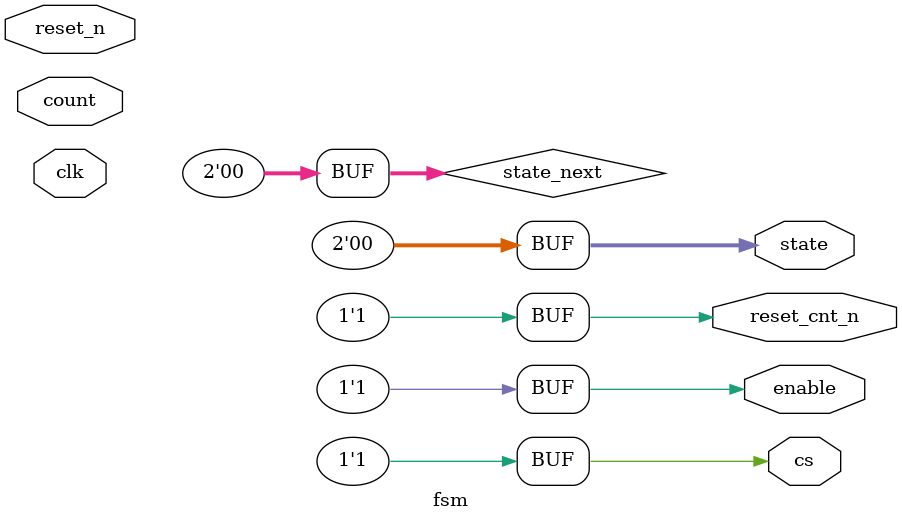
<source format=sv>
/*
This state machine controlles the data aquesition process., and sends cotroll signals to the adc's

This moduel has the state register and next state logic and output logic. 

The state is output to the sipo module, which shifts in bits from the adc
for the state machine.
*/


module fsm(

	input logic clk,		//25Mhz clock 
	
	input logic [4:0] count,		//count how many clock cycles have passed
	
	input logic reset_n,			//active low signal to reset module
	
	output logic cs,			//controll signal 
	
	output logic reset_cnt_n,	//reset counter
	
	output logic [1:0] state,	
	
	output logic enable  //enable sent to fifo_usb_driver block during s1

	);
	

	logic [1:0] state_next;
	
	parameter s0 = 2'd0;			//Idle state, wait for  enough clock cycles for  t_quiet to pass 
	parameter s1 = 2'd1;			//reset counter
	parameter s2 = 2'd2;			//read in data, wait for 14 clock cycles
	parameter s3 = 2'd3;			//reset counter
	
	always_ff @ (posedge clk, negedge reset_n)//state register
		begin
			if(!reset_n)
				begin
					state <= s0;
				end
			
			else
				begin
					state <= state_next;		//state always goea to next state
				end
		end
		
	always_comb		//next state and output logic
		begin

			case(state)
				s0:begin						//state s0
					
					
					cs = 1'b1;					//cs and count reset are both high
					reset_cnt_n  =1'b1;
					
					enable = 1'b1;
					//2 = 1.25M, 8 = 1M
					if(count < 5'd2)			//if enough clk cycles havent passed stay in s0
						state_next = s0;
						
					else							//else go to next state
						state_next = s1;
					
				
				end
				s1:begin					//state s1
				
				
					cs = 1'b1;					//reset_cnt_n goes low to reset count
					reset_cnt_n = 1'b0;
					state_next = s2;			//allways go to next state
					
					enable = 1'b0;
				
				end
			
			s2:begin								//state s2
					
					
					cs = 1'b0;					//cs goes low to start serial data transfer
					reset_cnt_n = 1'b1;
					
					enable = 1'b1;
					
					if(count < 5'd14)		//if 14 cycles havent passed stay in s2
						state_next = s2;
					else
						state_next = s3;		//after 14 clk cycles go to next state
				
				end
				
				s3:begin			// state s3
				
				
					cs = 1'b1;					//cs goes high to end serial transfer
					reset_cnt_n = 1'b0;		//reset the clock to get ready for s0
					state_next = s0;			//always go to s0 next
					
					enable = 1'b1;
				end
				
				default:begin			//default
					cs = 1'b1;
					reset_cnt_n = 1'b1;
					state = s0;
					state_next = s0;
					enable = 1'b1;
				end
			endcase
		
		
		end
	
endmodule 
</source>
